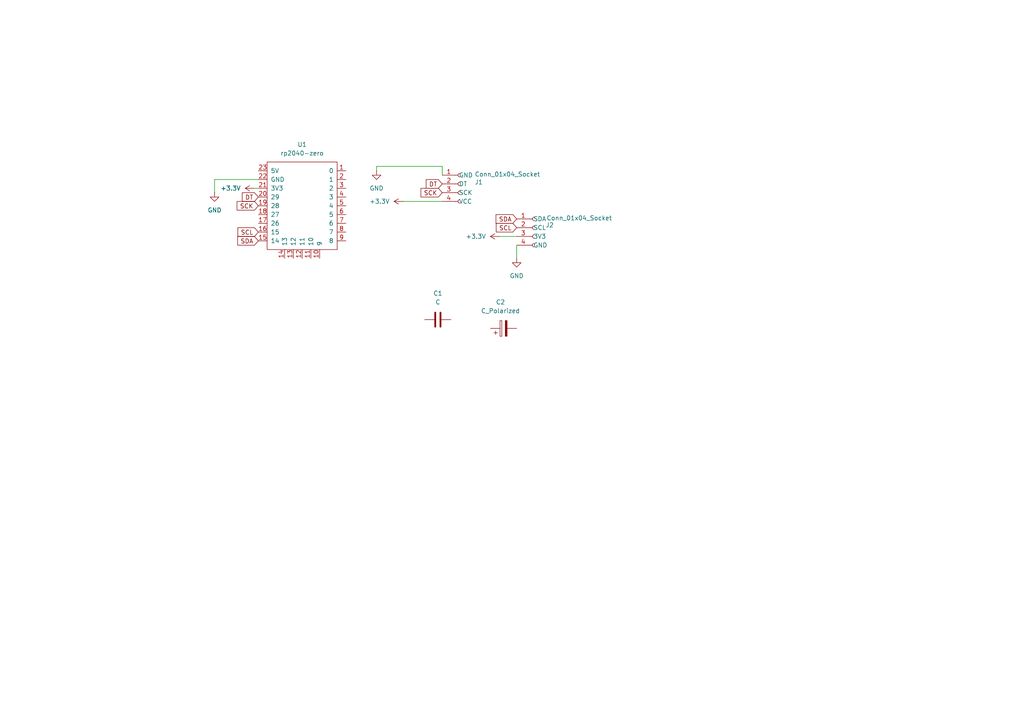
<source format=kicad_sch>
(kicad_sch
	(version 20231120)
	(generator "eeschema")
	(generator_version "8.0")
	(uuid "e5058b65-2334-4d00-b7af-4c9ca9cda3b9")
	(paper "A4")
	(lib_symbols
		(symbol "Conn_01x04_Socket_1"
			(pin_names
				(offset 1.016)
			)
			(exclude_from_sim no)
			(in_bom yes)
			(on_board yes)
			(property "Reference" "J2"
				(at 1.27 0.0001 0)
				(effects
					(font
						(size 1.27 1.27)
					)
					(justify left)
				)
			)
			(property "Value" "Conn_01x04_Socket"
				(at 1.27 -2.5399 0)
				(effects
					(font
						(size 1.27 1.27)
					)
					(justify left)
				)
			)
			(property "Footprint" "Library:SSD1306"
				(at 0 0 0)
				(effects
					(font
						(size 1.27 1.27)
					)
					(hide yes)
				)
			)
			(property "Datasheet" "~"
				(at 0 0 0)
				(effects
					(font
						(size 1.27 1.27)
					)
					(hide yes)
				)
			)
			(property "Description" "Generic connector, single row, 01x04, script generated"
				(at 0 0 0)
				(effects
					(font
						(size 1.27 1.27)
					)
					(hide yes)
				)
			)
			(property "ki_locked" ""
				(at 0 0 0)
				(effects
					(font
						(size 1.27 1.27)
					)
				)
			)
			(property "ki_keywords" "connector"
				(at 0 0 0)
				(effects
					(font
						(size 1.27 1.27)
					)
					(hide yes)
				)
			)
			(property "ki_fp_filters" "Connector*:*_1x??_*"
				(at 0 0 0)
				(effects
					(font
						(size 1.27 1.27)
					)
					(hide yes)
				)
			)
			(symbol "Conn_01x04_Socket_1_1_1"
				(arc
					(start 0 -4.572)
					(mid -0.5058 -5.08)
					(end 0 -5.588)
					(stroke
						(width 0.1524)
						(type default)
					)
					(fill
						(type none)
					)
				)
				(arc
					(start 0 -2.032)
					(mid -0.5058 -2.54)
					(end 0 -3.048)
					(stroke
						(width 0.1524)
						(type default)
					)
					(fill
						(type none)
					)
				)
				(polyline
					(pts
						(xy -1.27 -5.08) (xy -0.508 -5.08)
					)
					(stroke
						(width 0.1524)
						(type default)
					)
					(fill
						(type none)
					)
				)
				(polyline
					(pts
						(xy -1.27 -2.54) (xy -0.508 -2.54)
					)
					(stroke
						(width 0.1524)
						(type default)
					)
					(fill
						(type none)
					)
				)
				(polyline
					(pts
						(xy -1.27 0) (xy -0.508 0)
					)
					(stroke
						(width 0.1524)
						(type default)
					)
					(fill
						(type none)
					)
				)
				(polyline
					(pts
						(xy -1.27 2.54) (xy -0.508 2.54)
					)
					(stroke
						(width 0.1524)
						(type default)
					)
					(fill
						(type none)
					)
				)
				(arc
					(start 0 0.508)
					(mid -0.5058 0)
					(end 0 -0.508)
					(stroke
						(width 0.1524)
						(type default)
					)
					(fill
						(type none)
					)
				)
				(arc
					(start 0 3.048)
					(mid -0.5058 2.54)
					(end 0 2.032)
					(stroke
						(width 0.1524)
						(type default)
					)
					(fill
						(type none)
					)
				)
				(pin passive line
					(at -5.08 2.54 0)
					(length 3.81)
					(name "SDA"
						(effects
							(font
								(size 1.27 1.27)
							)
						)
					)
					(number "1"
						(effects
							(font
								(size 1.27 1.27)
							)
						)
					)
				)
				(pin passive line
					(at -5.08 0 0)
					(length 3.81)
					(name "SCL"
						(effects
							(font
								(size 1.27 1.27)
							)
						)
					)
					(number "2"
						(effects
							(font
								(size 1.27 1.27)
							)
						)
					)
				)
				(pin passive line
					(at -5.08 -2.54 0)
					(length 3.81)
					(name "3V3"
						(effects
							(font
								(size 1.27 1.27)
							)
						)
					)
					(number "3"
						(effects
							(font
								(size 1.27 1.27)
							)
						)
					)
				)
				(pin passive line
					(at -5.08 -5.08 0)
					(length 3.81)
					(name "GND"
						(effects
							(font
								(size 1.27 1.27)
							)
						)
					)
					(number "4"
						(effects
							(font
								(size 1.27 1.27)
							)
						)
					)
				)
			)
		)
		(symbol "Connector:Conn_01x04_Socket"
			(pin_names
				(offset 1.016)
			)
			(exclude_from_sim no)
			(in_bom yes)
			(on_board yes)
			(property "Reference" "J1"
				(at 1.27 0.0001 0)
				(effects
					(font
						(size 1.27 1.27)
					)
					(justify left)
				)
			)
			(property "Value" "Conn_01x04_Socket"
				(at 1.27 -2.5399 0)
				(effects
					(font
						(size 1.27 1.27)
					)
					(justify left)
				)
			)
			(property "Footprint" ""
				(at 0 0 0)
				(effects
					(font
						(size 1.27 1.27)
					)
					(hide yes)
				)
			)
			(property "Datasheet" "~"
				(at 0 0 0)
				(effects
					(font
						(size 1.27 1.27)
					)
					(hide yes)
				)
			)
			(property "Description" "Generic connector, single row, 01x04, script generated"
				(at 0 0 0)
				(effects
					(font
						(size 1.27 1.27)
					)
					(hide yes)
				)
			)
			(property "ki_locked" ""
				(at 0 0 0)
				(effects
					(font
						(size 1.27 1.27)
					)
				)
			)
			(property "ki_keywords" "connector"
				(at 0 0 0)
				(effects
					(font
						(size 1.27 1.27)
					)
					(hide yes)
				)
			)
			(property "ki_fp_filters" "Connector*:*_1x??_*"
				(at 0 0 0)
				(effects
					(font
						(size 1.27 1.27)
					)
					(hide yes)
				)
			)
			(symbol "Conn_01x04_Socket_1_1"
				(arc
					(start 0 -4.572)
					(mid -0.5058 -5.08)
					(end 0 -5.588)
					(stroke
						(width 0.1524)
						(type default)
					)
					(fill
						(type none)
					)
				)
				(arc
					(start 0 -2.032)
					(mid -0.5058 -2.54)
					(end 0 -3.048)
					(stroke
						(width 0.1524)
						(type default)
					)
					(fill
						(type none)
					)
				)
				(polyline
					(pts
						(xy -1.27 -5.08) (xy -0.508 -5.08)
					)
					(stroke
						(width 0.1524)
						(type default)
					)
					(fill
						(type none)
					)
				)
				(polyline
					(pts
						(xy -1.27 -2.54) (xy -0.508 -2.54)
					)
					(stroke
						(width 0.1524)
						(type default)
					)
					(fill
						(type none)
					)
				)
				(polyline
					(pts
						(xy -1.27 0) (xy -0.508 0)
					)
					(stroke
						(width 0.1524)
						(type default)
					)
					(fill
						(type none)
					)
				)
				(polyline
					(pts
						(xy -1.27 2.54) (xy -0.508 2.54)
					)
					(stroke
						(width 0.1524)
						(type default)
					)
					(fill
						(type none)
					)
				)
				(arc
					(start 0 0.508)
					(mid -0.5058 0)
					(end 0 -0.508)
					(stroke
						(width 0.1524)
						(type default)
					)
					(fill
						(type none)
					)
				)
				(arc
					(start 0 3.048)
					(mid -0.5058 2.54)
					(end 0 2.032)
					(stroke
						(width 0.1524)
						(type default)
					)
					(fill
						(type none)
					)
				)
				(pin passive line
					(at -5.08 2.54 0)
					(length 3.81)
					(name "GND"
						(effects
							(font
								(size 1.27 1.27)
							)
						)
					)
					(number "1"
						(effects
							(font
								(size 1.27 1.27)
							)
						)
					)
				)
				(pin passive line
					(at -5.08 0 0)
					(length 3.81)
					(name "DT"
						(effects
							(font
								(size 1.27 1.27)
							)
						)
					)
					(number "2"
						(effects
							(font
								(size 1.27 1.27)
							)
						)
					)
				)
				(pin passive line
					(at -5.08 -2.54 0)
					(length 3.81)
					(name "SCK"
						(effects
							(font
								(size 1.27 1.27)
							)
						)
					)
					(number "3"
						(effects
							(font
								(size 1.27 1.27)
							)
						)
					)
				)
				(pin passive line
					(at -5.08 -5.08 0)
					(length 3.81)
					(name "VCC"
						(effects
							(font
								(size 1.27 1.27)
							)
						)
					)
					(number "4"
						(effects
							(font
								(size 1.27 1.27)
							)
						)
					)
				)
			)
		)
		(symbol "Device:C"
			(pin_numbers hide)
			(pin_names
				(offset 0.254)
			)
			(exclude_from_sim no)
			(in_bom yes)
			(on_board yes)
			(property "Reference" "C"
				(at 0.635 2.54 0)
				(effects
					(font
						(size 1.27 1.27)
					)
					(justify left)
				)
			)
			(property "Value" "C"
				(at 0.635 -2.54 0)
				(effects
					(font
						(size 1.27 1.27)
					)
					(justify left)
				)
			)
			(property "Footprint" ""
				(at 0.9652 -3.81 0)
				(effects
					(font
						(size 1.27 1.27)
					)
					(hide yes)
				)
			)
			(property "Datasheet" "~"
				(at 0 0 0)
				(effects
					(font
						(size 1.27 1.27)
					)
					(hide yes)
				)
			)
			(property "Description" "Unpolarized capacitor"
				(at 0 0 0)
				(effects
					(font
						(size 1.27 1.27)
					)
					(hide yes)
				)
			)
			(property "ki_keywords" "cap capacitor"
				(at 0 0 0)
				(effects
					(font
						(size 1.27 1.27)
					)
					(hide yes)
				)
			)
			(property "ki_fp_filters" "C_*"
				(at 0 0 0)
				(effects
					(font
						(size 1.27 1.27)
					)
					(hide yes)
				)
			)
			(symbol "C_0_1"
				(polyline
					(pts
						(xy -2.032 -0.762) (xy 2.032 -0.762)
					)
					(stroke
						(width 0.508)
						(type default)
					)
					(fill
						(type none)
					)
				)
				(polyline
					(pts
						(xy -2.032 0.762) (xy 2.032 0.762)
					)
					(stroke
						(width 0.508)
						(type default)
					)
					(fill
						(type none)
					)
				)
			)
			(symbol "C_1_1"
				(pin passive line
					(at 0 3.81 270)
					(length 2.794)
					(name "~"
						(effects
							(font
								(size 1.27 1.27)
							)
						)
					)
					(number "1"
						(effects
							(font
								(size 1.27 1.27)
							)
						)
					)
				)
				(pin passive line
					(at 0 -3.81 90)
					(length 2.794)
					(name "~"
						(effects
							(font
								(size 1.27 1.27)
							)
						)
					)
					(number "2"
						(effects
							(font
								(size 1.27 1.27)
							)
						)
					)
				)
			)
		)
		(symbol "Device:C_Polarized"
			(pin_numbers hide)
			(pin_names
				(offset 0.254)
			)
			(exclude_from_sim no)
			(in_bom yes)
			(on_board yes)
			(property "Reference" "C"
				(at 0.635 2.54 0)
				(effects
					(font
						(size 1.27 1.27)
					)
					(justify left)
				)
			)
			(property "Value" "C_Polarized"
				(at 0.635 -2.54 0)
				(effects
					(font
						(size 1.27 1.27)
					)
					(justify left)
				)
			)
			(property "Footprint" ""
				(at 0.9652 -3.81 0)
				(effects
					(font
						(size 1.27 1.27)
					)
					(hide yes)
				)
			)
			(property "Datasheet" "~"
				(at 0 0 0)
				(effects
					(font
						(size 1.27 1.27)
					)
					(hide yes)
				)
			)
			(property "Description" "Polarized capacitor"
				(at 0 0 0)
				(effects
					(font
						(size 1.27 1.27)
					)
					(hide yes)
				)
			)
			(property "ki_keywords" "cap capacitor"
				(at 0 0 0)
				(effects
					(font
						(size 1.27 1.27)
					)
					(hide yes)
				)
			)
			(property "ki_fp_filters" "CP_*"
				(at 0 0 0)
				(effects
					(font
						(size 1.27 1.27)
					)
					(hide yes)
				)
			)
			(symbol "C_Polarized_0_1"
				(rectangle
					(start -2.286 0.508)
					(end 2.286 1.016)
					(stroke
						(width 0)
						(type default)
					)
					(fill
						(type none)
					)
				)
				(polyline
					(pts
						(xy -1.778 2.286) (xy -0.762 2.286)
					)
					(stroke
						(width 0)
						(type default)
					)
					(fill
						(type none)
					)
				)
				(polyline
					(pts
						(xy -1.27 2.794) (xy -1.27 1.778)
					)
					(stroke
						(width 0)
						(type default)
					)
					(fill
						(type none)
					)
				)
				(rectangle
					(start 2.286 -0.508)
					(end -2.286 -1.016)
					(stroke
						(width 0)
						(type default)
					)
					(fill
						(type outline)
					)
				)
			)
			(symbol "C_Polarized_1_1"
				(pin passive line
					(at 0 3.81 270)
					(length 2.794)
					(name "~"
						(effects
							(font
								(size 1.27 1.27)
							)
						)
					)
					(number "1"
						(effects
							(font
								(size 1.27 1.27)
							)
						)
					)
				)
				(pin passive line
					(at 0 -3.81 90)
					(length 2.794)
					(name "~"
						(effects
							(font
								(size 1.27 1.27)
							)
						)
					)
					(number "2"
						(effects
							(font
								(size 1.27 1.27)
							)
						)
					)
				)
			)
		)
		(symbol "mcu:rp2040-zero"
			(pin_names
				(offset 1.016)
			)
			(exclude_from_sim no)
			(in_bom yes)
			(on_board yes)
			(property "Reference" "U"
				(at 0 15.24 0)
				(effects
					(font
						(size 1.27 1.27)
					)
				)
			)
			(property "Value" "rp2040-zero"
				(at 0 12.7 0)
				(effects
					(font
						(size 1.27 1.27)
					)
				)
			)
			(property "Footprint" ""
				(at -8.89 5.08 0)
				(effects
					(font
						(size 1.27 1.27)
					)
					(hide yes)
				)
			)
			(property "Datasheet" ""
				(at -8.89 5.08 0)
				(effects
					(font
						(size 1.27 1.27)
					)
					(hide yes)
				)
			)
			(property "Description" ""
				(at 0 0 0)
				(effects
					(font
						(size 1.27 1.27)
					)
					(hide yes)
				)
			)
			(symbol "rp2040-zero_0_1"
				(rectangle
					(start -10.16 11.43)
					(end 10.16 -13.97)
					(stroke
						(width 0)
						(type default)
					)
					(fill
						(type none)
					)
				)
			)
			(symbol "rp2040-zero_1_1"
				(pin bidirectional line
					(at 12.7 8.89 180)
					(length 2.54)
					(name "0"
						(effects
							(font
								(size 1.27 1.27)
							)
						)
					)
					(number "1"
						(effects
							(font
								(size 1.27 1.27)
							)
						)
					)
				)
				(pin bidirectional line
					(at 5.08 -16.51 90)
					(length 2.54)
					(name "9"
						(effects
							(font
								(size 1.27 1.27)
							)
						)
					)
					(number "10"
						(effects
							(font
								(size 1.27 1.27)
							)
						)
					)
				)
				(pin bidirectional line
					(at 2.54 -16.51 90)
					(length 2.54)
					(name "10"
						(effects
							(font
								(size 1.27 1.27)
							)
						)
					)
					(number "11"
						(effects
							(font
								(size 1.27 1.27)
							)
						)
					)
				)
				(pin bidirectional line
					(at 0 -16.51 90)
					(length 2.54)
					(name "11"
						(effects
							(font
								(size 1.27 1.27)
							)
						)
					)
					(number "12"
						(effects
							(font
								(size 1.27 1.27)
							)
						)
					)
				)
				(pin bidirectional line
					(at -2.54 -16.51 90)
					(length 2.54)
					(name "12"
						(effects
							(font
								(size 1.27 1.27)
							)
						)
					)
					(number "13"
						(effects
							(font
								(size 1.27 1.27)
							)
						)
					)
				)
				(pin bidirectional line
					(at -5.08 -16.51 90)
					(length 2.54)
					(name "13"
						(effects
							(font
								(size 1.27 1.27)
							)
						)
					)
					(number "14"
						(effects
							(font
								(size 1.27 1.27)
							)
						)
					)
				)
				(pin bidirectional line
					(at -12.7 -11.43 0)
					(length 2.54)
					(name "14"
						(effects
							(font
								(size 1.27 1.27)
							)
						)
					)
					(number "15"
						(effects
							(font
								(size 1.27 1.27)
							)
						)
					)
				)
				(pin bidirectional line
					(at -12.7 -8.89 0)
					(length 2.54)
					(name "15"
						(effects
							(font
								(size 1.27 1.27)
							)
						)
					)
					(number "16"
						(effects
							(font
								(size 1.27 1.27)
							)
						)
					)
				)
				(pin bidirectional line
					(at -12.7 -6.35 0)
					(length 2.54)
					(name "26"
						(effects
							(font
								(size 1.27 1.27)
							)
						)
					)
					(number "17"
						(effects
							(font
								(size 1.27 1.27)
							)
						)
					)
				)
				(pin bidirectional line
					(at -12.7 -3.81 0)
					(length 2.54)
					(name "27"
						(effects
							(font
								(size 1.27 1.27)
							)
						)
					)
					(number "18"
						(effects
							(font
								(size 1.27 1.27)
							)
						)
					)
				)
				(pin bidirectional line
					(at -12.7 -1.27 0)
					(length 2.54)
					(name "28"
						(effects
							(font
								(size 1.27 1.27)
							)
						)
					)
					(number "19"
						(effects
							(font
								(size 1.27 1.27)
							)
						)
					)
				)
				(pin bidirectional line
					(at 12.7 6.35 180)
					(length 2.54)
					(name "1"
						(effects
							(font
								(size 1.27 1.27)
							)
						)
					)
					(number "2"
						(effects
							(font
								(size 1.27 1.27)
							)
						)
					)
				)
				(pin bidirectional line
					(at -12.7 1.27 0)
					(length 2.54)
					(name "29"
						(effects
							(font
								(size 1.27 1.27)
							)
						)
					)
					(number "20"
						(effects
							(font
								(size 1.27 1.27)
							)
						)
					)
				)
				(pin power_out line
					(at -12.7 3.81 0)
					(length 2.54)
					(name "3V3"
						(effects
							(font
								(size 1.27 1.27)
							)
						)
					)
					(number "21"
						(effects
							(font
								(size 1.27 1.27)
							)
						)
					)
				)
				(pin power_out line
					(at -12.7 6.35 0)
					(length 2.54)
					(name "GND"
						(effects
							(font
								(size 1.27 1.27)
							)
						)
					)
					(number "22"
						(effects
							(font
								(size 1.27 1.27)
							)
						)
					)
				)
				(pin power_out line
					(at -12.7 8.89 0)
					(length 2.54)
					(name "5V"
						(effects
							(font
								(size 1.27 1.27)
							)
						)
					)
					(number "23"
						(effects
							(font
								(size 1.27 1.27)
							)
						)
					)
				)
				(pin bidirectional line
					(at 12.7 3.81 180)
					(length 2.54)
					(name "2"
						(effects
							(font
								(size 1.27 1.27)
							)
						)
					)
					(number "3"
						(effects
							(font
								(size 1.27 1.27)
							)
						)
					)
				)
				(pin bidirectional line
					(at 12.7 1.27 180)
					(length 2.54)
					(name "3"
						(effects
							(font
								(size 1.27 1.27)
							)
						)
					)
					(number "4"
						(effects
							(font
								(size 1.27 1.27)
							)
						)
					)
				)
				(pin bidirectional line
					(at 12.7 -1.27 180)
					(length 2.54)
					(name "4"
						(effects
							(font
								(size 1.27 1.27)
							)
						)
					)
					(number "5"
						(effects
							(font
								(size 1.27 1.27)
							)
						)
					)
				)
				(pin bidirectional line
					(at 12.7 -3.81 180)
					(length 2.54)
					(name "5"
						(effects
							(font
								(size 1.27 1.27)
							)
						)
					)
					(number "6"
						(effects
							(font
								(size 1.27 1.27)
							)
						)
					)
				)
				(pin bidirectional line
					(at 12.7 -6.35 180)
					(length 2.54)
					(name "6"
						(effects
							(font
								(size 1.27 1.27)
							)
						)
					)
					(number "7"
						(effects
							(font
								(size 1.27 1.27)
							)
						)
					)
				)
				(pin bidirectional line
					(at 12.7 -8.89 180)
					(length 2.54)
					(name "7"
						(effects
							(font
								(size 1.27 1.27)
							)
						)
					)
					(number "8"
						(effects
							(font
								(size 1.27 1.27)
							)
						)
					)
				)
				(pin bidirectional line
					(at 12.7 -11.43 180)
					(length 2.54)
					(name "8"
						(effects
							(font
								(size 1.27 1.27)
							)
						)
					)
					(number "9"
						(effects
							(font
								(size 1.27 1.27)
							)
						)
					)
				)
			)
		)
		(symbol "power:+3.3V"
			(power)
			(pin_numbers hide)
			(pin_names
				(offset 0) hide)
			(exclude_from_sim no)
			(in_bom yes)
			(on_board yes)
			(property "Reference" "#PWR"
				(at 0 -3.81 0)
				(effects
					(font
						(size 1.27 1.27)
					)
					(hide yes)
				)
			)
			(property "Value" "+3.3V"
				(at 0 3.556 0)
				(effects
					(font
						(size 1.27 1.27)
					)
				)
			)
			(property "Footprint" ""
				(at 0 0 0)
				(effects
					(font
						(size 1.27 1.27)
					)
					(hide yes)
				)
			)
			(property "Datasheet" ""
				(at 0 0 0)
				(effects
					(font
						(size 1.27 1.27)
					)
					(hide yes)
				)
			)
			(property "Description" "Power symbol creates a global label with name \"+3.3V\""
				(at 0 0 0)
				(effects
					(font
						(size 1.27 1.27)
					)
					(hide yes)
				)
			)
			(property "ki_keywords" "global power"
				(at 0 0 0)
				(effects
					(font
						(size 1.27 1.27)
					)
					(hide yes)
				)
			)
			(symbol "+3.3V_0_1"
				(polyline
					(pts
						(xy -0.762 1.27) (xy 0 2.54)
					)
					(stroke
						(width 0)
						(type default)
					)
					(fill
						(type none)
					)
				)
				(polyline
					(pts
						(xy 0 0) (xy 0 2.54)
					)
					(stroke
						(width 0)
						(type default)
					)
					(fill
						(type none)
					)
				)
				(polyline
					(pts
						(xy 0 2.54) (xy 0.762 1.27)
					)
					(stroke
						(width 0)
						(type default)
					)
					(fill
						(type none)
					)
				)
			)
			(symbol "+3.3V_1_1"
				(pin power_in line
					(at 0 0 90)
					(length 0)
					(name "~"
						(effects
							(font
								(size 1.27 1.27)
							)
						)
					)
					(number "1"
						(effects
							(font
								(size 1.27 1.27)
							)
						)
					)
				)
			)
		)
		(symbol "power:GND"
			(power)
			(pin_numbers hide)
			(pin_names
				(offset 0) hide)
			(exclude_from_sim no)
			(in_bom yes)
			(on_board yes)
			(property "Reference" "#PWR"
				(at 0 -6.35 0)
				(effects
					(font
						(size 1.27 1.27)
					)
					(hide yes)
				)
			)
			(property "Value" "GND"
				(at 0 -3.81 0)
				(effects
					(font
						(size 1.27 1.27)
					)
				)
			)
			(property "Footprint" ""
				(at 0 0 0)
				(effects
					(font
						(size 1.27 1.27)
					)
					(hide yes)
				)
			)
			(property "Datasheet" ""
				(at 0 0 0)
				(effects
					(font
						(size 1.27 1.27)
					)
					(hide yes)
				)
			)
			(property "Description" "Power symbol creates a global label with name \"GND\" , ground"
				(at 0 0 0)
				(effects
					(font
						(size 1.27 1.27)
					)
					(hide yes)
				)
			)
			(property "ki_keywords" "global power"
				(at 0 0 0)
				(effects
					(font
						(size 1.27 1.27)
					)
					(hide yes)
				)
			)
			(symbol "GND_0_1"
				(polyline
					(pts
						(xy 0 0) (xy 0 -1.27) (xy 1.27 -1.27) (xy 0 -2.54) (xy -1.27 -1.27) (xy 0 -1.27)
					)
					(stroke
						(width 0)
						(type default)
					)
					(fill
						(type none)
					)
				)
			)
			(symbol "GND_1_1"
				(pin power_in line
					(at 0 0 270)
					(length 0)
					(name "~"
						(effects
							(font
								(size 1.27 1.27)
							)
						)
					)
					(number "1"
						(effects
							(font
								(size 1.27 1.27)
							)
						)
					)
				)
			)
		)
	)
	(wire
		(pts
			(xy 149.86 71.12) (xy 149.86 74.93)
		)
		(stroke
			(width 0)
			(type default)
		)
		(uuid "1c821e3a-ff88-44e5-b6b4-d959bc94a5e2")
	)
	(wire
		(pts
			(xy 109.22 48.26) (xy 128.27 48.26)
		)
		(stroke
			(width 0)
			(type default)
		)
		(uuid "30d39881-2c84-4865-8462-f8f5bbf04458")
	)
	(wire
		(pts
			(xy 73.66 54.61) (xy 74.93 54.61)
		)
		(stroke
			(width 0)
			(type default)
		)
		(uuid "3d117142-e4d9-410d-90c4-b3edd6b8b7d2")
	)
	(wire
		(pts
			(xy 74.93 52.07) (xy 62.23 52.07)
		)
		(stroke
			(width 0)
			(type default)
		)
		(uuid "43100f89-362e-4f0d-a529-7306d108c29c")
	)
	(wire
		(pts
			(xy 128.27 48.26) (xy 128.27 50.8)
		)
		(stroke
			(width 0)
			(type default)
		)
		(uuid "4d9aaad1-f1cc-4733-ac62-ba7ebea49a0e")
	)
	(wire
		(pts
			(xy 128.27 58.42) (xy 116.84 58.42)
		)
		(stroke
			(width 0)
			(type default)
		)
		(uuid "a9b96a2f-a74a-4c0c-9d0a-fd1117efc692")
	)
	(wire
		(pts
			(xy 62.23 52.07) (xy 62.23 55.88)
		)
		(stroke
			(width 0)
			(type default)
		)
		(uuid "b0ba5320-56fa-4aea-8af4-fefa73f5b453")
	)
	(wire
		(pts
			(xy 149.86 68.58) (xy 144.78 68.58)
		)
		(stroke
			(width 0)
			(type default)
		)
		(uuid "ba089b3d-6ec4-4e26-9ea3-7cd0b2b17e0d")
	)
	(wire
		(pts
			(xy 109.22 48.26) (xy 109.22 49.53)
		)
		(stroke
			(width 0)
			(type default)
		)
		(uuid "f853469e-b345-4ede-91f4-cc5b67bf6e6c")
	)
	(global_label "SCL"
		(shape input)
		(at 74.93 67.31 180)
		(fields_autoplaced yes)
		(effects
			(font
				(size 1.27 1.27)
			)
			(justify right)
		)
		(uuid "132b2b76-6522-43d4-baaf-a7ce364e8b12")
		(property "Intersheetrefs" "${INTERSHEET_REFS}"
			(at 68.4372 67.31 0)
			(effects
				(font
					(size 1.27 1.27)
				)
				(justify right)
				(hide yes)
			)
		)
	)
	(global_label "SCK"
		(shape input)
		(at 74.93 59.69 180)
		(fields_autoplaced yes)
		(effects
			(font
				(size 1.27 1.27)
			)
			(justify right)
		)
		(uuid "64d43de4-df7d-44a3-9c2a-ef610791298c")
		(property "Intersheetrefs" "${INTERSHEET_REFS}"
			(at 68.1953 59.69 0)
			(effects
				(font
					(size 1.27 1.27)
				)
				(justify right)
				(hide yes)
			)
		)
	)
	(global_label "SCK"
		(shape input)
		(at 128.27 55.88 180)
		(fields_autoplaced yes)
		(effects
			(font
				(size 1.27 1.27)
			)
			(justify right)
		)
		(uuid "8310e726-c3c3-420d-9586-05b7cc67a568")
		(property "Intersheetrefs" "${INTERSHEET_REFS}"
			(at 121.5353 55.88 0)
			(effects
				(font
					(size 1.27 1.27)
				)
				(justify right)
				(hide yes)
			)
		)
	)
	(global_label "SDA"
		(shape input)
		(at 74.93 69.85 180)
		(fields_autoplaced yes)
		(effects
			(font
				(size 1.27 1.27)
			)
			(justify right)
		)
		(uuid "a7419323-8e03-4bcd-946d-6387a207111b")
		(property "Intersheetrefs" "${INTERSHEET_REFS}"
			(at 68.3767 69.85 0)
			(effects
				(font
					(size 1.27 1.27)
				)
				(justify right)
				(hide yes)
			)
		)
	)
	(global_label "SCL"
		(shape input)
		(at 149.86 66.04 180)
		(fields_autoplaced yes)
		(effects
			(font
				(size 1.27 1.27)
			)
			(justify right)
		)
		(uuid "ba5a9f75-75ce-423f-a086-8cb846540592")
		(property "Intersheetrefs" "${INTERSHEET_REFS}"
			(at 143.3672 66.04 0)
			(effects
				(font
					(size 1.27 1.27)
				)
				(justify right)
				(hide yes)
			)
		)
	)
	(global_label "SDA"
		(shape input)
		(at 149.86 63.5 180)
		(fields_autoplaced yes)
		(effects
			(font
				(size 1.27 1.27)
			)
			(justify right)
		)
		(uuid "c4964f8c-1c22-4344-8fe5-e349e144f098")
		(property "Intersheetrefs" "${INTERSHEET_REFS}"
			(at 143.3067 63.5 0)
			(effects
				(font
					(size 1.27 1.27)
				)
				(justify right)
				(hide yes)
			)
		)
	)
	(global_label "DT"
		(shape input)
		(at 128.27 53.34 180)
		(fields_autoplaced yes)
		(effects
			(font
				(size 1.27 1.27)
			)
			(justify right)
		)
		(uuid "cb43d541-519a-4250-8d38-3a075d004085")
		(property "Intersheetrefs" "${INTERSHEET_REFS}"
			(at 123.0472 53.34 0)
			(effects
				(font
					(size 1.27 1.27)
				)
				(justify right)
				(hide yes)
			)
		)
	)
	(global_label "DT"
		(shape input)
		(at 74.93 57.15 180)
		(fields_autoplaced yes)
		(effects
			(font
				(size 1.27 1.27)
			)
			(justify right)
		)
		(uuid "de337641-0e6b-4798-bbf1-27520221a883")
		(property "Intersheetrefs" "${INTERSHEET_REFS}"
			(at 69.7072 57.15 0)
			(effects
				(font
					(size 1.27 1.27)
				)
				(justify right)
				(hide yes)
			)
		)
	)
	(symbol
		(lib_id "Device:C_Polarized")
		(at 146.05 95.25 90)
		(unit 1)
		(exclude_from_sim no)
		(in_bom yes)
		(on_board yes)
		(dnp no)
		(uuid "17d5e60f-21f0-49b3-8769-02c1e373506e")
		(property "Reference" "C2"
			(at 145.161 87.63 90)
			(effects
				(font
					(size 1.27 1.27)
				)
			)
		)
		(property "Value" "C_Polarized"
			(at 145.161 90.17 90)
			(effects
				(font
					(size 1.27 1.27)
				)
			)
		)
		(property "Footprint" ""
			(at 149.86 94.2848 0)
			(effects
				(font
					(size 1.27 1.27)
				)
				(hide yes)
			)
		)
		(property "Datasheet" "~"
			(at 146.05 95.25 0)
			(effects
				(font
					(size 1.27 1.27)
				)
				(hide yes)
			)
		)
		(property "Description" "Polarized capacitor"
			(at 146.05 95.25 0)
			(effects
				(font
					(size 1.27 1.27)
				)
				(hide yes)
			)
		)
		(pin "2"
			(uuid "0947d0c8-3894-4a9b-9d06-67363cf40523")
		)
		(pin "1"
			(uuid "130953e7-007f-4662-8172-d1af468d7f3c")
		)
		(instances
			(project ""
				(path "/e5058b65-2334-4d00-b7af-4c9ca9cda3b9"
					(reference "C2")
					(unit 1)
				)
			)
		)
	)
	(symbol
		(lib_id "power:+3.3V")
		(at 144.78 68.58 90)
		(unit 1)
		(exclude_from_sim no)
		(in_bom yes)
		(on_board yes)
		(dnp no)
		(fields_autoplaced yes)
		(uuid "1b4f4a89-bcaa-4720-86a5-3ad24d4f9740")
		(property "Reference" "#PWR05"
			(at 148.59 68.58 0)
			(effects
				(font
					(size 1.27 1.27)
				)
				(hide yes)
			)
		)
		(property "Value" "+3.3V"
			(at 140.97 68.5799 90)
			(effects
				(font
					(size 1.27 1.27)
				)
				(justify left)
			)
		)
		(property "Footprint" ""
			(at 144.78 68.58 0)
			(effects
				(font
					(size 1.27 1.27)
				)
				(hide yes)
			)
		)
		(property "Datasheet" ""
			(at 144.78 68.58 0)
			(effects
				(font
					(size 1.27 1.27)
				)
				(hide yes)
			)
		)
		(property "Description" "Power symbol creates a global label with name \"+3.3V\""
			(at 144.78 68.58 0)
			(effects
				(font
					(size 1.27 1.27)
				)
				(hide yes)
			)
		)
		(pin "1"
			(uuid "7532a907-bea3-4124-8233-1a8979703025")
		)
		(instances
			(project "thrust_stand_pcb"
				(path "/e5058b65-2334-4d00-b7af-4c9ca9cda3b9"
					(reference "#PWR05")
					(unit 1)
				)
			)
		)
	)
	(symbol
		(lib_id "mcu:rp2040-zero")
		(at 87.63 58.42 0)
		(unit 1)
		(exclude_from_sim no)
		(in_bom yes)
		(on_board yes)
		(dnp no)
		(fields_autoplaced yes)
		(uuid "259033e1-e2b0-45ad-b5da-ff2b9cc974f3")
		(property "Reference" "U1"
			(at 87.63 41.91 0)
			(effects
				(font
					(size 1.27 1.27)
				)
			)
		)
		(property "Value" "rp2040-zero"
			(at 87.63 44.45 0)
			(effects
				(font
					(size 1.27 1.27)
				)
			)
		)
		(property "Footprint" "Library:rp2040-zero-tht"
			(at 78.74 53.34 0)
			(effects
				(font
					(size 1.27 1.27)
				)
				(hide yes)
			)
		)
		(property "Datasheet" ""
			(at 78.74 53.34 0)
			(effects
				(font
					(size 1.27 1.27)
				)
				(hide yes)
			)
		)
		(property "Description" ""
			(at 87.63 58.42 0)
			(effects
				(font
					(size 1.27 1.27)
				)
				(hide yes)
			)
		)
		(pin "10"
			(uuid "72d5e86d-e1cc-4dfd-a460-95569ddc7f22")
		)
		(pin "11"
			(uuid "1b4c1f5d-4c67-49b6-a35c-acd5c612705e")
		)
		(pin "3"
			(uuid "bc743e06-f391-40ee-a761-4204f23eeec5")
		)
		(pin "7"
			(uuid "878a06f8-17d9-44db-836a-c00ba599adca")
		)
		(pin "14"
			(uuid "d2ed7d66-6880-43ae-8976-0400af4fef27")
		)
		(pin "20"
			(uuid "40fe4756-b86f-46f9-bfe3-15b89fcaf9d4")
		)
		(pin "13"
			(uuid "08f21fc7-7428-4c3e-9285-fe6e3884491b")
		)
		(pin "19"
			(uuid "0d286ec8-6ab6-4b3b-a7be-514786725ee9")
		)
		(pin "23"
			(uuid "96aebdd9-b5cd-46ac-bc84-6e1f79cb088c")
		)
		(pin "2"
			(uuid "5e2862b8-f536-4f1b-a928-4f6d53b5630f")
		)
		(pin "16"
			(uuid "54d646f4-84e6-4a73-887c-8131733127a0")
		)
		(pin "5"
			(uuid "88cc141b-2310-462b-a7cd-0dbed58aabaf")
		)
		(pin "4"
			(uuid "6a784d78-5636-497a-9f9b-8ef3a9c75028")
		)
		(pin "12"
			(uuid "3552dbd8-29c2-43cc-a859-e0547ca808dd")
		)
		(pin "21"
			(uuid "1d73aedc-66f9-45fb-8b75-ad9fdf15b0a9")
		)
		(pin "1"
			(uuid "db4109ee-f281-4cd5-943e-654c5b54f32b")
		)
		(pin "22"
			(uuid "d727f711-709d-4e3a-8462-7c45adfeb64d")
		)
		(pin "17"
			(uuid "4254d219-0c9f-4204-8197-6631f2b9a1de")
		)
		(pin "9"
			(uuid "ada34af7-48f8-4b9b-8f14-df79ddc4acac")
		)
		(pin "15"
			(uuid "2298a84b-ec84-43d6-b5ef-857ed6cf1e0a")
		)
		(pin "18"
			(uuid "9b6d7994-adc6-45ae-80c5-2747171bf80b")
		)
		(pin "6"
			(uuid "755edfa0-0421-49dd-bdd6-b5e855b0f3c5")
		)
		(pin "8"
			(uuid "288e90d9-3b63-42e2-aea2-be80a0106199")
		)
		(instances
			(project ""
				(path "/e5058b65-2334-4d00-b7af-4c9ca9cda3b9"
					(reference "U1")
					(unit 1)
				)
			)
		)
	)
	(symbol
		(lib_id "power:+3.3V")
		(at 116.84 58.42 90)
		(unit 1)
		(exclude_from_sim no)
		(in_bom yes)
		(on_board yes)
		(dnp no)
		(uuid "3ba76e96-6aa6-42e8-b169-429a440a532d")
		(property "Reference" "#PWR04"
			(at 120.65 58.42 0)
			(effects
				(font
					(size 1.27 1.27)
				)
				(hide yes)
			)
		)
		(property "Value" "+3.3V"
			(at 113.03 58.4199 90)
			(effects
				(font
					(size 1.27 1.27)
				)
				(justify left)
			)
		)
		(property "Footprint" ""
			(at 116.84 58.42 0)
			(effects
				(font
					(size 1.27 1.27)
				)
				(hide yes)
			)
		)
		(property "Datasheet" ""
			(at 116.84 58.42 0)
			(effects
				(font
					(size 1.27 1.27)
				)
				(hide yes)
			)
		)
		(property "Description" "Power symbol creates a global label with name \"+3.3V\""
			(at 116.84 58.42 0)
			(effects
				(font
					(size 1.27 1.27)
				)
				(hide yes)
			)
		)
		(pin "1"
			(uuid "34df079f-2b4a-4f44-8da0-7a5c7295df3c")
		)
		(instances
			(project "thrust_stand_pcb"
				(path "/e5058b65-2334-4d00-b7af-4c9ca9cda3b9"
					(reference "#PWR04")
					(unit 1)
				)
			)
		)
	)
	(symbol
		(lib_id "power:GND")
		(at 149.86 74.93 0)
		(unit 1)
		(exclude_from_sim no)
		(in_bom yes)
		(on_board yes)
		(dnp no)
		(fields_autoplaced yes)
		(uuid "436eb128-030f-45e4-a02c-8ae6d2895cf6")
		(property "Reference" "#PWR01"
			(at 149.86 81.28 0)
			(effects
				(font
					(size 1.27 1.27)
				)
				(hide yes)
			)
		)
		(property "Value" "GND"
			(at 149.86 80.01 0)
			(effects
				(font
					(size 1.27 1.27)
				)
			)
		)
		(property "Footprint" ""
			(at 149.86 74.93 0)
			(effects
				(font
					(size 1.27 1.27)
				)
				(hide yes)
			)
		)
		(property "Datasheet" ""
			(at 149.86 74.93 0)
			(effects
				(font
					(size 1.27 1.27)
				)
				(hide yes)
			)
		)
		(property "Description" "Power symbol creates a global label with name \"GND\" , ground"
			(at 149.86 74.93 0)
			(effects
				(font
					(size 1.27 1.27)
				)
				(hide yes)
			)
		)
		(pin "1"
			(uuid "9fdd9f48-4403-4e0b-98d6-845eba4ab77f")
		)
		(instances
			(project ""
				(path "/e5058b65-2334-4d00-b7af-4c9ca9cda3b9"
					(reference "#PWR01")
					(unit 1)
				)
			)
		)
	)
	(symbol
		(lib_id "power:+3.3V")
		(at 73.66 54.61 90)
		(unit 1)
		(exclude_from_sim no)
		(in_bom yes)
		(on_board yes)
		(dnp no)
		(uuid "59743516-977d-4b6e-b7d9-435cdb590832")
		(property "Reference" "#PWR03"
			(at 77.47 54.61 0)
			(effects
				(font
					(size 1.27 1.27)
				)
				(hide yes)
			)
		)
		(property "Value" "+3.3V"
			(at 69.85 54.6099 90)
			(effects
				(font
					(size 1.27 1.27)
				)
				(justify left)
			)
		)
		(property "Footprint" ""
			(at 73.66 54.61 0)
			(effects
				(font
					(size 1.27 1.27)
				)
				(hide yes)
			)
		)
		(property "Datasheet" ""
			(at 73.66 54.61 0)
			(effects
				(font
					(size 1.27 1.27)
				)
				(hide yes)
			)
		)
		(property "Description" "Power symbol creates a global label with name \"+3.3V\""
			(at 73.66 54.61 0)
			(effects
				(font
					(size 1.27 1.27)
				)
				(hide yes)
			)
		)
		(pin "1"
			(uuid "d9b1f1e4-aa13-48c3-a417-488df79c04d5")
		)
		(instances
			(project ""
				(path "/e5058b65-2334-4d00-b7af-4c9ca9cda3b9"
					(reference "#PWR03")
					(unit 1)
				)
			)
		)
	)
	(symbol
		(lib_name "Conn_01x04_Socket_1")
		(lib_id "Connector:Conn_01x04_Socket")
		(at 154.94 66.04 0)
		(unit 1)
		(exclude_from_sim no)
		(in_bom yes)
		(on_board yes)
		(dnp no)
		(uuid "65073ecf-92af-4412-902d-5927444a39ba")
		(property "Reference" "J2"
			(at 158.242 65.278 0)
			(effects
				(font
					(size 1.27 1.27)
				)
				(justify left)
			)
		)
		(property "Value" "Conn_01x04_Socket"
			(at 158.496 63.246 0)
			(effects
				(font
					(size 1.27 1.27)
				)
				(justify left)
			)
		)
		(property "Footprint" "Library:SSD1306"
			(at 154.94 66.04 0)
			(effects
				(font
					(size 1.27 1.27)
				)
				(hide yes)
			)
		)
		(property "Datasheet" "~"
			(at 154.94 66.04 0)
			(effects
				(font
					(size 1.27 1.27)
				)
				(hide yes)
			)
		)
		(property "Description" "Generic connector, single row, 01x04, script generated"
			(at 154.94 66.04 0)
			(effects
				(font
					(size 1.27 1.27)
				)
				(hide yes)
			)
		)
		(pin "1"
			(uuid "ebc0397c-116f-47c6-b677-b4fd8380f16d")
		)
		(pin "4"
			(uuid "a8ae3405-ce31-4602-8bdd-7977363186b0")
		)
		(pin "3"
			(uuid "5fcbd254-4818-4177-b773-3571b4c99a4d")
		)
		(pin "2"
			(uuid "a6cbe115-f4c8-4790-82e4-5b6eb533e661")
		)
		(instances
			(project "thrust_stand_pcb"
				(path "/e5058b65-2334-4d00-b7af-4c9ca9cda3b9"
					(reference "J2")
					(unit 1)
				)
			)
		)
	)
	(symbol
		(lib_id "power:GND")
		(at 62.23 55.88 0)
		(unit 1)
		(exclude_from_sim no)
		(in_bom yes)
		(on_board yes)
		(dnp no)
		(fields_autoplaced yes)
		(uuid "7558e183-98f0-488d-9052-ae2f3e79cb2b")
		(property "Reference" "#PWR06"
			(at 62.23 62.23 0)
			(effects
				(font
					(size 1.27 1.27)
				)
				(hide yes)
			)
		)
		(property "Value" "GND"
			(at 62.23 60.96 0)
			(effects
				(font
					(size 1.27 1.27)
				)
			)
		)
		(property "Footprint" ""
			(at 62.23 55.88 0)
			(effects
				(font
					(size 1.27 1.27)
				)
				(hide yes)
			)
		)
		(property "Datasheet" ""
			(at 62.23 55.88 0)
			(effects
				(font
					(size 1.27 1.27)
				)
				(hide yes)
			)
		)
		(property "Description" "Power symbol creates a global label with name \"GND\" , ground"
			(at 62.23 55.88 0)
			(effects
				(font
					(size 1.27 1.27)
				)
				(hide yes)
			)
		)
		(pin "1"
			(uuid "1fe14916-31b6-4c3a-bedb-4aa8d09a691b")
		)
		(instances
			(project "thrust_stand_pcb"
				(path "/e5058b65-2334-4d00-b7af-4c9ca9cda3b9"
					(reference "#PWR06")
					(unit 1)
				)
			)
		)
	)
	(symbol
		(lib_id "power:GND")
		(at 109.22 49.53 0)
		(unit 1)
		(exclude_from_sim no)
		(in_bom yes)
		(on_board yes)
		(dnp no)
		(fields_autoplaced yes)
		(uuid "7e6fb44c-bab1-44bc-b7af-4559e20f7708")
		(property "Reference" "#PWR02"
			(at 109.22 55.88 0)
			(effects
				(font
					(size 1.27 1.27)
				)
				(hide yes)
			)
		)
		(property "Value" "GND"
			(at 109.22 54.61 0)
			(effects
				(font
					(size 1.27 1.27)
				)
			)
		)
		(property "Footprint" ""
			(at 109.22 49.53 0)
			(effects
				(font
					(size 1.27 1.27)
				)
				(hide yes)
			)
		)
		(property "Datasheet" ""
			(at 109.22 49.53 0)
			(effects
				(font
					(size 1.27 1.27)
				)
				(hide yes)
			)
		)
		(property "Description" "Power symbol creates a global label with name \"GND\" , ground"
			(at 109.22 49.53 0)
			(effects
				(font
					(size 1.27 1.27)
				)
				(hide yes)
			)
		)
		(pin "1"
			(uuid "e6604517-10b0-415a-8eba-01fc5869d9e7")
		)
		(instances
			(project "thrust_stand_pcb"
				(path "/e5058b65-2334-4d00-b7af-4c9ca9cda3b9"
					(reference "#PWR02")
					(unit 1)
				)
			)
		)
	)
	(symbol
		(lib_id "Connector:Conn_01x04_Socket")
		(at 133.35 53.34 0)
		(unit 1)
		(exclude_from_sim no)
		(in_bom yes)
		(on_board yes)
		(dnp no)
		(uuid "dca4902e-130c-4887-aa6e-d339f3839cae")
		(property "Reference" "J1"
			(at 137.668 52.832 0)
			(effects
				(font
					(size 1.27 1.27)
				)
				(justify left)
			)
		)
		(property "Value" "Conn_01x04_Socket"
			(at 137.668 50.546 0)
			(effects
				(font
					(size 1.27 1.27)
				)
				(justify left)
			)
		)
		(property "Footprint" "Connector_PinHeader_2.54mm:PinHeader_1x04_P2.54mm_Vertical"
			(at 133.35 53.34 0)
			(effects
				(font
					(size 1.27 1.27)
				)
				(hide yes)
			)
		)
		(property "Datasheet" "~"
			(at 133.35 53.34 0)
			(effects
				(font
					(size 1.27 1.27)
				)
				(hide yes)
			)
		)
		(property "Description" "Generic connector, single row, 01x04, script generated"
			(at 133.35 53.34 0)
			(effects
				(font
					(size 1.27 1.27)
				)
				(hide yes)
			)
		)
		(pin "1"
			(uuid "d0693e21-162c-4290-bc3f-8fb6ad115164")
		)
		(pin "4"
			(uuid "4426778d-7f8e-4d54-a725-57466281ec78")
		)
		(pin "3"
			(uuid "81af33ca-6350-44db-b781-affe0919da64")
		)
		(pin "2"
			(uuid "6dd18475-a9f6-4cdd-8e1c-93d4ece7aaaf")
		)
		(instances
			(project ""
				(path "/e5058b65-2334-4d00-b7af-4c9ca9cda3b9"
					(reference "J1")
					(unit 1)
				)
			)
		)
	)
	(symbol
		(lib_id "Device:C")
		(at 127 92.71 90)
		(unit 1)
		(exclude_from_sim no)
		(in_bom yes)
		(on_board yes)
		(dnp no)
		(uuid "f50af2fc-9b4f-4a13-9605-c126e3f2a41f")
		(property "Reference" "C1"
			(at 127 85.09 90)
			(effects
				(font
					(size 1.27 1.27)
				)
			)
		)
		(property "Value" "C"
			(at 127 87.63 90)
			(effects
				(font
					(size 1.27 1.27)
				)
			)
		)
		(property "Footprint" ""
			(at 130.81 91.7448 0)
			(effects
				(font
					(size 1.27 1.27)
				)
				(hide yes)
			)
		)
		(property "Datasheet" "~"
			(at 127 92.71 0)
			(effects
				(font
					(size 1.27 1.27)
				)
				(hide yes)
			)
		)
		(property "Description" "Unpolarized capacitor"
			(at 127 92.71 0)
			(effects
				(font
					(size 1.27 1.27)
				)
				(hide yes)
			)
		)
		(pin "1"
			(uuid "dbd8250e-e48d-4de7-b596-077686279dfa")
		)
		(pin "2"
			(uuid "6cfc1a21-4159-43b0-acfd-582bf0a01f8b")
		)
		(instances
			(project ""
				(path "/e5058b65-2334-4d00-b7af-4c9ca9cda3b9"
					(reference "C1")
					(unit 1)
				)
			)
		)
	)
	(sheet_instances
		(path "/"
			(page "1")
		)
	)
)

</source>
